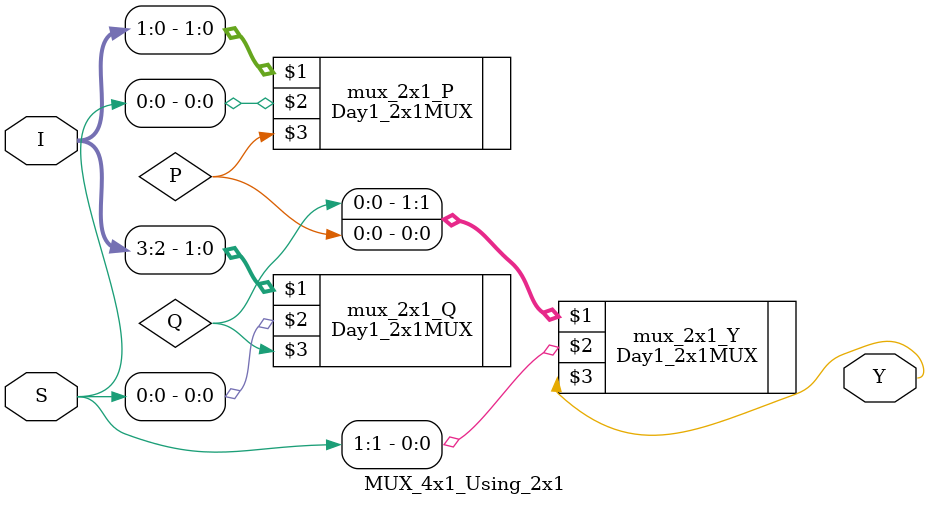
<source format=v>
`timescale 1ns / 1ps

//4X1 MUX using 2X1 MUX

//Instantiation file used MUX_2x1.v

//Verilog design of 4x1 mux with inputs I[0],I[1],I[2],I[3], S[0],S[1], & output Y

//////////////////////////////////////////////////////////////////////////////////


module MUX_4x1_Using_2x1(
    input wire [3:0]I,
    input wire [1:0]S,
    output  Y
    );
    
    wire P, Q;
    
    Day1_2x1MUX mux_2x1_P(I[1:0],S[0],P); // P = (~S[0]&I[0])|(S[0]&I[1])
    Day1_2x1MUX mux_2x1_Q(I[3:2],S[0],Q); // Q = (~S[0]&I[0])|(S[0]&I[1])
    Day1_2x1MUX mux_2x1_Y({Q,P},S[1],Y);  // Y = (~S[1]&P)|(S[1]&Q)
    
endmodule

</source>
